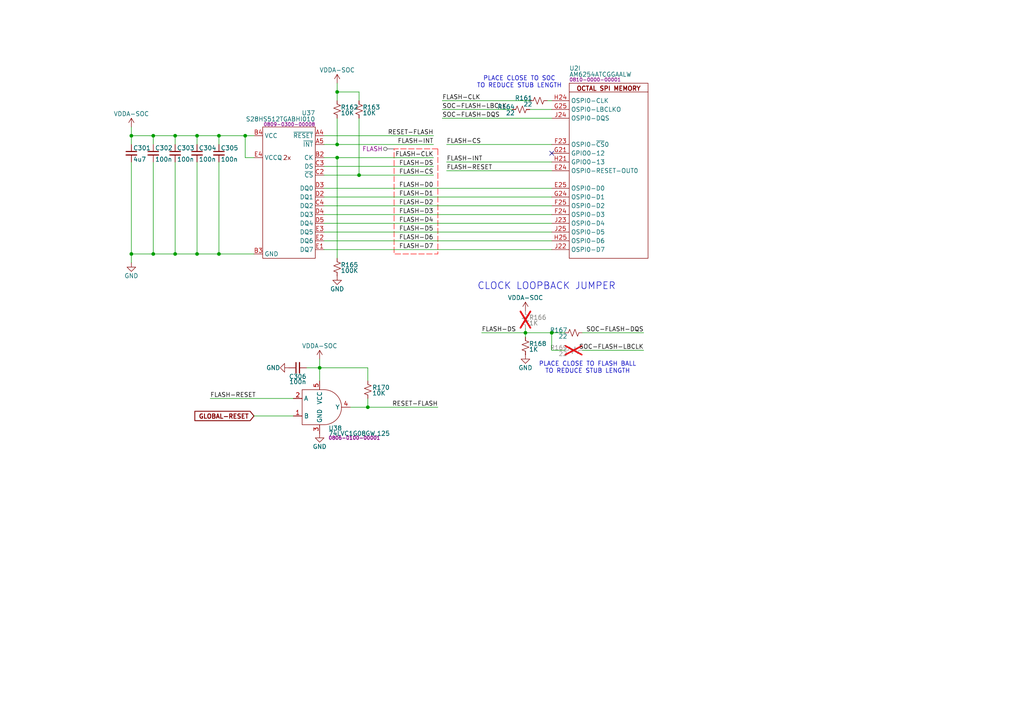
<source format=kicad_sch>
(kicad_sch (version 20250114) (generator "eeschema") (generator_version "9.0")
  (paper "A4")
  (title_block (title "Benchy Motherboard A625 - On-Board Flash Memory") (rev "REV1") (company "Daxxn Industries") (comment 4 "Small net labels (≤0.65) are for clarity and do not connect to other nets."))
  (lib_symbols
    (symbol "DX_Capacitor_Ceramic:CL03A104KP3NNNC" (pin_numbers (hide yes)) (pin_names (hide yes))
      (property "Reference" "C" (at 2.794 1.778 0))
      (property "Value" "100n" (at 2.794 0 0))
      (symbol "CL03A104KP3NNNC_1_1"
        (pin passive line (at 0 2.54 270) (length 2.032) (name "~") (number "1"))
        (pin passive line (at 0 -2.54 90) (length 2.032) (name "~") (number "2"))
      )
    )
    (symbol "DX_Capacitor_Ceramic:CL05A104KA5NNNC" (pin_numbers (hide yes)) (pin_names (hide yes))
      (property "Reference" "C" (at 2.794 1.778 0))
      (property "Value" "100n" (at 2.794 0 0))
      (symbol "CL05A104KA5NNNC_1_1"
        (pin passive line (at 0 2.54 270) (length 2.032) (name "~") (number "1"))
        (pin passive line (at 0 -2.54 90) (length 2.032) (name "~") (number "2"))
      )
    )
    (symbol "DX_Capacitor_Ceramic:CL05A475MP5NRNC" (pin_numbers (hide yes)) (pin_names (hide yes))
      (property "Reference" "C" (at 2.794 1.778 0))
      (property "Value" "4u7" (at 2.794 0 0))
      (symbol "CL05A475MP5NRNC_1_1"
        (pin passive line (at 0 2.54 270) (length 2.032) (name "~") (number "1"))
        (pin passive line (at 0 -2.54 90) (length 2.032) (name "~") (number "2"))
      )
    )
    (symbol "DX_Device_Power:VDDA-SOC" (power) (in_bom no) (on_board no)
      (property "Value" "VDDA-SOC" (at 0 3.81 0))
      (symbol "VDDA-SOC_1_0"
        (pin power_in line (at 0 0 90) (length 0) (hide yes) (name "VDDA-SOC") (number "1"))
      )
    )
    (symbol "DX_IC_Logic_AND:74LVC1G08GW,125"
      (property "Reference" "U" (at 1.27 9.144 0))
      (property "Value" "74LVC1G08GW,125" (at 1.27 7.366 0))
      (property "PartNumber" "0806-0100-00001" (at 1.27 5.842 0))
      (symbol "74LVC1G08GW,125_0_0"
        (pin input line (at -7.62 2.54 0) (length 2.54) (name "A") (number "2"))
        (pin input line (at -7.62 -2.54 0) (length 2.54) (name "B") (number "1"))
        (pin power_in line (at 0 7.62 270) (length 2.54) (name "VCC") (number "5"))
        (pin power_in line (at 0 -7.62 90) (length 2.54) (name "GND") (number "3"))
        (pin output line (at 8.89 0 180) (length 2.54) (name "Y") (number "4"))
      )
    )
    (symbol "DX_IC_MPU:AM6254ATCGGAALW"
      (property "Reference" "U" (at 0 3.556 0))
      (property "Value" "AM6254ATCGGAALW" (at 0 2.032 0))
      (property "PartNumber" "0810-0000-00001" (at 0 0.762 0))
      (symbol "AM6254ATCGGAALW_1_1"
        (text "x62" (at 5.08 -116.84 0) (effects (font (size 1.27 1.27)) (justify left)))
        (text "x2" (at 9.144 -10.16 0) (effects (font (size 1.27 1.27)) (justify left)))
        (text "x2" (at 9.144 -12.7 0) (effects (font (size 1.27 1.27)) (justify left)))
        (text "x2" (at 9.144 -15.24 0) (effects (font (size 1.27 1.27)) (justify left)))
        (text "x4" (at 9.144 -17.78 0) (effects (font (size 1.27 1.27)) (justify left)))
        (text "x4" (at 10.16 -66.04 0) (effects (font (size 1.27 1.27)) (justify left)))
        (text "x17" (at 10.16 -71.12 0) (effects (font (size 1.27 1.27)) (justify left)))
        (text "x8" (at 11.176 -73.66 0) (effects (font (size 1.27 1.27)) (justify left)))
        (text "x2" (at 12.446 -27.94 0) (effects (font (size 1.27 1.27)) (justify left)))
        (text "POWER" (at 12.7 -2.54 0) (effects (font (size 2 2) (bold yes))))
        (text "x2" (at 16.764 -53.34 0) (effects (font (size 1.27 1.27)) (justify left)))
        (pin power_in line (at -5.08 -5.08 0) (length 5.08) (name "VDDA-3P3-USB") (number "Y13"))
        (pin power_in line (at -5.08 -10.16 0) (length 5.08) (name "VDDSHV0") (number "F15"))
        (pin power_in line (at -5.08 -10.16 0) (length 5.08) (hide yes) (name "VDDSHV0") (number "G14"))
        (pin power_in line (at -5.08 -12.7 0) (length 5.08) (hide yes) (name "VDDSHV1") (number "L18"))
        (pin power_in line (at -5.08 -12.7 0) (length 5.08) (name "VDDSHV1") (number "M19"))
        (pin power_in line (at -5.08 -15.24 0) (length 5.08) (hide yes) (name "VDDSHV2") (number "W16"))
        (pin power_in line (at -5.08 -15.24 0) (length 5.08) (name "VDDSHV2") (number "W19"))
        (pin power_in line (at -5.08 -17.78 0) (length 5.08) (hide yes) (name "VDDSHV3") (number "N18"))
        (pin power_in line (at -5.08 -17.78 0) (length 5.08) (hide yes) (name "VDDSHV3") (number "P18"))
        (pin power_in line (at -5.08 -17.78 0) (length 5.08) (name "VDDSHV3") (number "T19"))
        (pin power_in line (at -5.08 -17.78 0) (length 5.08) (hide yes) (name "VDDSHV3") (number "U18"))
        (pin power_in line (at -5.08 -20.32 0) (length 5.08) (name "VDDSHV4") (number "T7"))
        (pin power_in line (at -5.08 -22.86 0) (length 5.08) (name "VDDSHV5") (number "G17"))
        (pin power_in line (at -5.08 -25.4 0) (length 5.08) (name "VDDSHV6") (number "J18"))
        (pin power_in line (at -5.08 -27.94 0) (length 5.08) (name "VDDSHV-MCU") (number "F11"))
        (pin power_in line (at -5.08 -27.94 0) (length 5.08) (hide yes) (name "VDDSHV-MCU") (number "G12"))
        (pin power_in line (at -5.08 -30.48 0) (length 5.08) (name "VDDSHV-CANUART") (number "H9"))
        (pin power_in line (at -5.08 -35.56 0) (length 5.08) (name "VDDA-MCU") (number "L11"))
        (pin power_in line (at -5.08 -38.1 0) (length 5.08) (name "VDDA-PLL0") (number "U11"))
        (pin power_in line (at -5.08 -40.64 0) (length 5.08) (name "VDDA-PLL1") (number "U15"))
        (pin power_in line (at -5.08 -43.18 0) (length 5.08) (name "VDDA-PLL2") (number "L14"))
        (pin power_in line (at -5.08 -45.72 0) (length 5.08) (name "VDDA-TEMP0") (number "T9"))
        (pin power_in line (at -5.08 -48.26 0) (length 5.08) (name "VDDA-TEMP1") (number "G16"))
        (pin power_in line (at -5.08 -50.8 0) (length 5.08) (name "VDDA-1P8-CSIRX0") (number "W14"))
        (pin power_in line (at -5.08 -53.34 0) (length 5.08) (name "VDDA-1P8-OLDI0") (number "W10"))
        (pin power_in line (at -5.08 -53.34 0) (length 5.08) (hide yes) (name "VDDA-1P8-OLDI0") (number "W9"))
        (pin power_in line (at -5.08 -55.88 0) (length 5.08) (name "VDDA-1P8-USB") (number "Y11"))
        (pin power_in line (at -5.08 -58.42 0) (length 5.08) (name "VDDS-OSC0") (number "G7"))
        (pin power_in line (at -5.08 -63.5 0) (length 5.08) (name "VDDS-DDR-C") (number "M9"))
        (pin power_in line (at -5.08 -66.04 0) (length 5.08) (name "VDDS-DDR") (number "K9"))
        (pin power_in line (at -5.08 -66.04 0) (length 5.08) (hide yes) (name "VDDS-DDR") (number "L8"))
        (pin power_in line (at -5.08 -66.04 0) (length 5.08) (hide yes) (name "VDDS-DDR") (number "P9"))
        (pin power_in line (at -5.08 -66.04 0) (length 5.08) (hide yes) (name "VDDS-DDR") (number "R8"))
        (pin power_in line (at -5.08 -71.12 0) (length 5.08) (name "VDD_CORE") (number "H8"))
        (pin power_in line (at -5.08 -71.12 0) (length 5.08) (hide yes) (name "VDD_CORE") (number "J11"))
        (pin power_in line (at -5.08 -71.12 0) (length 5.08) (hide yes) (name "VDD_CORE") (number "J14"))
        (pin power_in line (at -5.08 -71.12 0) (length 5.08) (hide yes) (name "VDD_CORE") (number "K17"))
        (pin power_in line (at -5.08 -71.12 0) (length 5.08) (hide yes) (name "VDD_CORE") (number "L12"))
        (pin power_in line (at -5.08 -71.12 0) (length 5.08) (hide yes) (name "VDD_CORE") (number "L15"))
        (pin power_in line (at -5.08 -71.12 0) (length 5.08) (hide yes) (name "VDD_CORE") (number "M16"))
        (pin power_in line (at -5.08 -71.12 0) (length 5.08) (hide yes) (name "VDD_CORE") (number "N11"))
        (pin power_in line (at -5.08 -71.12 0) (length 5.08) (hide yes) (name "VDD_CORE") (number "N13"))
        (pin power_in line (at -5.08 -71.12 0) (length 5.08) (hide yes) (name "VDD_CORE") (number "N8"))
        (pin power_in line (at -5.08 -71.12 0) (length 5.08) (hide yes) (name "VDD_CORE") (number "P17"))
        (pin power_in line (at -5.08 -71.12 0) (length 5.08) (hide yes) (name "VDD_CORE") (number "R11"))
        (pin power_in line (at -5.08 -71.12 0) (length 5.08) (hide yes) (name "VDD_CORE") (number "R14"))
        (pin power_in line (at -5.08 -71.12 0) (length 5.08) (hide yes) (name "VDD_CORE") (number "U12"))
        (pin power_in line (at -5.08 -71.12 0) (length 5.08) (hide yes) (name "VDD_CORE") (number "V15"))
        (pin power_in line (at -5.08 -71.12 0) (length 5.08) (hide yes) (name "VDD_CORE") (number "V17"))
        (pin power_in line (at -5.08 -71.12 0) (length 5.08) (hide yes) (name "VDD_CORE") (number "V8"))
        (pin power_in line (at -5.08 -73.66 0) (length 5.08) (name "VDDR-CORE") (number "J12"))
        (pin power_in line (at -5.08 -73.66 0) (length 5.08) (hide yes) (name "VDDR-CORE") (number "K16"))
        (pin power_in line (at -5.08 -73.66 0) (length 5.08) (hide yes) (name "VDDR-CORE") (number "N12"))
        (pin power_in line (at -5.08 -73.66 0) (length 5.08) (hide yes) (name "VDDR-CORE") (number "N14"))
        (pin power_in line (at -5.08 -73.66 0) (length 5.08) (hide yes) (name "VDDR-CORE") (number "P16"))
        (pin power_in line (at -5.08 -73.66 0) (length 5.08) (hide yes) (name "VDDR-CORE") (number "R12"))
        (pin power_in line (at -5.08 -73.66 0) (length 5.08) (hide yes) (name "VDDR-CORE") (number "T10"))
        (pin power_in line (at -5.08 -73.66 0) (length 5.08) (hide yes) (name "VDDR-CORE") (number "U14"))
        (pin power_in line (at -5.08 -76.2 0) (length 5.08) (name "VDD-CANUART") (number "F8"))
        (pin power_in line (at -5.08 -78.74 0) (length 5.08) (name "VDDA-CORE-CSIRX0") (number "W13"))
        (pin power_in line (at -5.08 -81.28 0) (length 5.08) (name "VDDA-CORE-USB") (number "W12"))
        (pin power_in line (at -5.08 -86.36 0) (length 5.08) (name "CAP-VDDS-CANUART") (number "G9"))
        (pin power_in line (at -5.08 -88.9 0) (length 5.08) (name "CAP-VDDS0") (number "H15"))
        (pin power_in line (at -5.08 -91.44 0) (length 5.08) (name "CAP-VDDS1") (number "K18"))
        (pin power_in line (at -5.08 -93.98 0) (length 5.08) (name "CAP-VDDS2") (number "W17"))
        (pin power_in line (at -5.08 -96.52 0) (length 5.08) (name "CAP-VDDS3") (number "P19"))
        (pin power_in line (at -5.08 -99.06 0) (length 5.08) (name "CAP-VDDS4") (number "U7"))
        (pin power_in line (at -5.08 -101.6 0) (length 5.08) (name "CAP-VDDS5") (number "H17"))
        (pin power_in line (at -5.08 -104.14 0) (length 5.08) (name "CAP-VDDS6") (number "J19"))
        (pin power_in line (at -5.08 -106.68 0) (length 5.08) (name "CAP-VDDS-MCU") (number "H11"))
        (pin power_in line (at -5.08 -116.84 0) (length 5.08) (name "VSS") (number "A1"))
        (pin power_in line (at -5.08 -116.84 0) (length 5.08) (hide yes) (name "VSS") (number "A24"))
        (pin power_in line (at -5.08 -116.84 0) (length 5.08) (hide yes) (name "VSS") (number "A25"))
        (pin power_in line (at -5.08 -116.84 0) (length 5.08) (hide yes) (name "VSS") (number "AA11"))
        (pin power_in line (at -5.08 -116.84 0) (length 5.08) (hide yes) (name "VSS") (number "AB9"))
        (pin power_in line (at -5.08 -116.84 0) (length 5.08) (hide yes) (name "VSS") (number "AD1"))
        (pin power_in line (at -5.08 -116.84 0) (length 5.08) (hide yes) (name "VSS") (number "AD12"))
        (pin power_in line (at -5.08 -116.84 0) (length 5.08) (hide yes) (name "VSS") (number "AD16"))
        (pin power_in line (at -5.08 -116.84 0) (length 5.08) (hide yes) (name "VSS") (number "AD25"))
        (pin power_in line (at -5.08 -116.84 0) (length 5.08) (hide yes) (name "VSS") (number "AD9"))
        (pin power_in line (at -5.08 -116.84 0) (length 5.08) (hide yes) (name "VSS") (number "AE1"))
        (pin power_in line (at -5.08 -116.84 0) (length 5.08) (hide yes) (name "VSS") (number "AE12"))
        (pin power_in line (at -5.08 -116.84 0) (length 5.08) (hide yes) (name "VSS") (number "AE16"))
        (pin power_in line (at -5.08 -116.84 0) (length 5.08) (hide yes) (name "VSS") (number "AE24"))
        (pin power_in line (at -5.08 -116.84 0) (length 5.08) (hide yes) (name "VSS") (number "AE25"))
        (pin power_in line (at -5.08 -116.84 0) (length 5.08) (hide yes) (name "VSS") (number "AE8"))
        (pin power_in line (at -5.08 -116.84 0) (length 5.08) (hide yes) (name "VSS") (number "B25"))
        (pin power_in line (at -5.08 -116.84 0) (length 5.08) (hide yes) (name "VSS") (number "F13"))
        (pin power_in line (at -5.08 -116.84 0) (length 5.08) (hide yes) (name "VSS") (number "G13"))
        (pin power_in line (at -5.08 -116.84 0) (length 5.08) (hide yes) (name "VSS") (number "G19"))
        (pin power_in line (at -5.08 -116.84 0) (length 5.08) (hide yes) (name "VSS") (number "H13"))
        (pin power_in line (at -5.08 -116.84 0) (length 5.08) (hide yes) (name "VSS") (number "H16"))
        (pin power_in line (at -5.08 -116.84 0) (length 5.08) (hide yes) (name "VSS") (number "H18"))
        (pin power_in line (at -5.08 -116.84 0) (length 5.08) (hide yes) (name "VSS") (number "H20"))
        (pin power_in line (at -5.08 -116.84 0) (length 5.08) (hide yes) (name "VSS") (number "J13"))
        (pin power_in line (at -5.08 -116.84 0) (length 5.08) (hide yes) (name "VSS") (number "J7"))
        (pin power_in line (at -5.08 -116.84 0) (length 5.08) (hide yes) (name "VSS") (number "K13"))
        (pin power_in line (at -5.08 -116.84 0) (length 5.08) (hide yes) (name "VSS") (number "K15"))
        (pin power_in line (at -5.08 -116.84 0) (length 5.08) (hide yes) (name "VSS") (number "K19"))
        (pin power_in line (at -5.08 -116.84 0) (length 5.08) (hide yes) (name "VSS") (number "K7"))
        (pin power_in line (at -5.08 -116.84 0) (length 5.08) (hide yes) (name "VSS") (number "L20"))
        (pin power_in line (at -5.08 -116.84 0) (length 5.08) (hide yes) (name "VSS") (number "M10"))
        (pin power_in line (at -5.08 -116.84 0) (length 5.08) (hide yes) (name "VSS") (number "M12"))
        (pin power_in line (at -5.08 -116.84 0) (length 5.08) (hide yes) (name "VSS") (number "M13"))
        (pin power_in line (at -5.08 -116.84 0) (length 5.08) (hide yes) (name "VSS") (number "M17"))
        (pin power_in line (at -5.08 -116.84 0) (length 5.08) (hide yes) (name "VSS") (number "M18"))
        (pin power_in line (at -5.08 -116.84 0) (length 5.08) (hide yes) (name "VSS") (number "M7"))
        (pin power_in line (at -5.08 -116.84 0) (length 5.08) (hide yes) (name "VSS") (number "M8"))
        (pin power_in line (at -5.08 -116.84 0) (length 5.08) (hide yes) (name "VSS") (number "N15"))
        (pin power_in line (at -5.08 -116.84 0) (length 5.08) (hide yes) (name "VSS") (number "P10"))
        (pin power_in line (at -5.08 -116.84 0) (length 5.08) (hide yes) (name "VSS") (number "P13"))
        (pin power_in line (at -5.08 -116.84 0) (length 5.08) (hide yes) (name "VSS") (number "P7"))
        (pin power_in line (at -5.08 -116.84 0) (length 5.08) (hide yes) (name "VSS") (number "R13"))
        (pin power_in line (at -5.08 -116.84 0) (length 5.08) (hide yes) (name "VSS") (number "R15"))
        (pin power_in line (at -5.08 -116.84 0) (length 5.08) (hide yes) (name "VSS") (number "R18"))
        (pin power_in line (at -5.08 -116.84 0) (length 5.08) (hide yes) (name "VSS") (number "R20"))
        (pin power_in line (at -5.08 -116.84 0) (length 5.08) (hide yes) (name "VSS") (number "T13"))
        (pin power_in line (at -5.08 -116.84 0) (length 5.08) (hide yes) (name "VSS") (number "T14"))
        (pin power_in line (at -5.08 -116.84 0) (length 5.08) (hide yes) (name "VSS") (number "T16"))
        (pin power_in line (at -5.08 -116.84 0) (length 5.08) (hide yes) (name "VSS") (number "T17"))
        (pin power_in line (at -5.08 -116.84 0) (length 5.08) (hide yes) (name "VSS") (number "T18"))
        (pin power_in line (at -5.08 -116.84 0) (length 5.08) (hide yes) (name "VSS") (number "T8"))
        (pin power_in line (at -5.08 -116.84 0) (length 5.08) (hide yes) (name "VSS") (number "U19"))
        (pin power_in line (at -5.08 -116.84 0) (length 5.08) (hide yes) (name "VSS") (number "U8"))
        (pin power_in line (at -5.08 -116.84 0) (length 5.08) (hide yes) (name "VSS") (number "V10"))
        (pin power_in line (at -5.08 -116.84 0) (length 5.08) (hide yes) (name "VSS") (number "V11"))
        (pin power_in line (at -5.08 -116.84 0) (length 5.08) (hide yes) (name "VSS") (number "V13"))
        (pin power_in line (at -5.08 -116.84 0) (length 5.08) (hide yes) (name "VSS") (number "V16"))
        (pin power_in line (at -5.08 -116.84 0) (length 5.08) (hide yes) (name "VSS") (number "V18"))
        (pin power_in line (at -5.08 -116.84 0) (length 5.08) (hide yes) (name "VSS") (number "V9"))
        (pin power_in line (at -5.08 -116.84 0) (length 5.08) (hide yes) (name "VSS") (number "W7"))
        (pin power_in line (at -5.08 -116.84 0) (length 5.08) (hide yes) (name "VSS") (number "Y2"))
        (pin no_connect line (at 11.43 38.1 0) (length 5.08) (hide yes) (name "RSVD0") (number "B1"))
        (pin no_connect line (at 11.43 35.56 0) (length 5.08) (hide yes) (name "RSVD1") (number "A2"))
        (pin no_connect line (at 11.43 33.02 0) (length 5.08) (hide yes) (name "RSVD2") (number "F6"))
        (pin no_connect line (at 11.43 30.48 0) (length 5.08) (hide yes) (name "RSVD3") (number "AE2"))
        (pin no_connect line (at 11.43 27.94 0) (length 5.08) (hide yes) (name "RSVD4") (number "T2"))
        (pin no_connect line (at 11.43 25.4 0) (length 5.08) (hide yes) (name "RSVD5") (number "U4"))
        (pin no_connect line (at 11.43 22.86 0) (length 5.08) (hide yes) (name "RSVD6") (number "AA12"))
        (pin no_connect line (at 11.43 20.32 0) (length 5.08) (hide yes) (name "RSVD7") (number "Y15"))
        (pin no_connect line (at 11.43 17.78 0) (length 5.08) (hide yes) (name "RSVD8") (number "E7"))
        (pin power_in line (at 30.48 -6.35 180) (length 5.08) (name "VPP") (number "J8"))
      )
      (symbol "AM6254ATCGGAALW_2_1"
        (text "CONTROL" (at 19.05 -1.27 0) (effects (font (size 1.27 1.27) (bold yes))))
        (text "MCU" (at 19.05 -24.384 0) (effects (font (size 1.27 1.27) (bold yes))))
        (pin input line (at -5.08 -3.81 0) (length 5.08) (name "~{RESET-REQ}") (number "F20"))
        (pin input line (at -5.08 -6.35 0) (length 5.08) (name "MCU-~{RESET}") (number "E11"))
        (pin input line (at -5.08 -11.43 0) (length 5.08) (name "EXTINTn") (number "D16"))
        (pin input line (at -5.08 -15.24 0) (length 5.08) (name "EXT-REFCLK1") (number "A18"))
        (pin input line (at -5.08 -20.32 0) (length 5.08) (name "~{MCU-POR}") (number "D2"))
        (pin input line (at -5.08 -30.48 0) (length 5.08) (name "MCU-OSC0-XI") (number "B2"))
        (pin output line (at -5.08 -33.02 0) (length 5.08) (name "MCU-OSC0-XO") (number "A3"))
        (pin input line (at -5.08 -40.64 0) (length 5.08) (name "WKUP-LFOSC0-XI") (number "C2"))
        (pin output line (at -5.08 -43.18 0) (length 5.08) (name "WKUP-LFOSC0-XO") (number "C1"))
        (pin bidirectional line (at -5.08 -50.8 0) (length 5.08) (name "MCU-UART0-TXD") (number "A5"))
        (pin input line (at -5.08 -53.34 0) (length 5.08) (name "MCU-UART0-RXD") (number "B5"))
        (pin bidirectional line (at -5.08 -55.88 0) (length 5.08) (name "MCU-UART0-CTSn") (number "A6"))
        (pin output line (at -5.08 -58.42 0) (length 5.08) (name "MCU-UART0-RTSn") (number "B6"))
        (pin output line (at 43.18 -3.81 180) (length 5.08) (name "~{RESETSTA}") (number "F22"))
        (pin output line (at 43.18 -6.35 180) (length 5.08) (name "MCU-~{RESET-STAT}") (number "B12"))
        (pin output line (at 43.18 -11.43 180) (length 5.08) (name "PMIC-LPM-EN0") (number "B7"))
        (pin bidirectional line (at 43.18 -15.24 180) (length 5.08) (name "MCU-~{ERROR}") (number "D1"))
        (pin output line (at 43.18 -20.32 180) (length 5.08) (name "~{POR}-OUT") (number "E21"))
        (pin bidirectional line (at 43.18 -27.94 180) (length 5.08) (name "MCU-I2C0-SCL") (number "A8"))
        (pin bidirectional line (at 43.18 -30.48 180) (length 5.08) (name "MCU-I2C0-SDA") (number "D10"))
        (pin input line (at 43.18 -35.56 180) (length 5.08) (name "MCU-MCAN0-RX") (number "B3"))
        (pin output line (at 43.18 -38.1 180) (length 5.08) (name "MCU-MCAN0-TX") (number "D6"))
        (pin input line (at 43.18 -40.64 180) (length 5.08) (name "MCU-MCAN1-RX") (number "D4"))
        (pin output line (at 43.18 -43.18 180) (length 5.08) (name "MCU-MCAN1-TX") (number "E5"))
        (pin bidirectional line (at 43.18 -48.26 180) (length 5.08) (name "MCU-SPI0-CLK") (number "A7"))
        (pin bidirectional line (at 43.18 -50.8 180) (length 5.08) (name "MCU-SPI0-D0") (number "D9"))
        (pin bidirectional line (at 43.18 -53.34 180) (length 5.08) (name "MCU-SPI0-D1") (number "C9"))
        (pin bidirectional line (at 43.18 -55.88 180) (length 5.08) (name "MCU-SPI0-CS0") (number "E8"))
        (pin bidirectional line (at 43.18 -58.42 180) (length 5.08) (name "MCU-SPI0-CS1") (number "B8"))
      )
      (symbol "AM6254ATCGGAALW_3_1"
        (text "DEBUG" (at 6.35 -1.524 0) (effects (font (size 1.27 1.27) (bold yes))))
        (pin bidirectional line (at -5.08 -5.08 0) (length 5.08) (name "EMU0") (number "E12"))
        (pin bidirectional line (at -5.08 -7.62 0) (length 5.08) (name "EMU1") (number "C11"))
        (pin input line (at -5.08 -12.7 0) (length 5.08) (name "TCK") (number "A10"))
        (pin input line (at -5.08 -15.24 0) (length 5.08) (name "TDI") (number "A11"))
        (pin output line (at -5.08 -17.78 0) (length 5.08) (name "TDO") (number "D12"))
        (pin input line (at -5.08 -20.32 0) (length 5.08) (name "TMS") (number "B11"))
        (pin input line (at -5.08 -22.86 0) (length 5.08) (name "~{TRST}") (number "B10"))
      )
      (symbol "AM6254ATCGGAALW_4_1"
        (text "DDR MEMORY" (at 25.4 -1.524 0) (effects (font (size 1.27 1.27) (bold yes))))
        (pin bidirectional line (at -5.08 -10.16 0) (length 5.08) (name "DDR0-~{ALERT}") (number "R3"))
        (pin output line (at -5.08 -12.7 0) (length 5.08) (name "DDR0-~{CAS}") (number "M4"))
        (pin output line (at -5.08 -15.24 0) (length 5.08) (name "DDR0-PAR") (number "T1"))
        (pin output line (at -5.08 -17.78 0) (length 5.08) (name "DDR0-~{WE}") (number "N3"))
        (pin output line (at -5.08 -20.32 0) (length 5.08) (name "DDR0-~{RAS}") (number "M5"))
        (pin output line (at -5.08 -22.86 0) (length 5.08) (name "DDR0-~{ACT}") (number "N6"))
        (pin output line (at -5.08 -25.4 0) (length 5.08) (name "DDR0-~{RESET0}") (number "G1"))
        (pin output line (at -5.08 -33.02 0) (length 5.08) (name "DDR0-CK0+") (number "L1"))
        (pin output line (at -5.08 -35.56 0) (length 5.08) (name "DDR0-CK0-") (number "L2"))
        (pin output line (at -5.08 -40.64 0) (length 5.08) (name "DDR0-~{CS0}") (number "L6"))
        (pin output line (at -5.08 -43.18 0) (length 5.08) (name "DDR0-~{CS1}") (number "K2"))
        (pin output line (at -5.08 -48.26 0) (length 5.08) (name "DDR0-BA0") (number "M1"))
        (pin output line (at -5.08 -50.8 0) (length 5.08) (name "DDR0-BA1") (number "N1"))
        (pin output line (at -5.08 -58.42 0) (length 5.08) (name "DDR0-CKE0") (number "H2"))
        (pin output line (at -5.08 -60.96 0) (length 5.08) (name "DDR0-CKE1") (number "J4"))
        (pin bidirectional line (at -5.08 -66.04 0) (length 5.08) (name "DDR0-DM0") (number "H5"))
        (pin bidirectional line (at -5.08 -68.58 0) (length 5.08) (name "DDR0-DM1") (number "W5"))
        (pin output line (at -5.08 -73.66 0) (length 5.08) (name "DDR0-BG0") (number "T4"))
        (pin output line (at -5.08 -76.2 0) (length 5.08) (name "DDR0-BG1") (number "N2"))
        (pin output line (at -5.08 -81.28 0) (length 5.08) (name "DDR0-ODT0") (number "H1"))
        (pin output line (at -5.08 -83.82 0) (length 5.08) (name "DDR0-ODT1") (number "J3"))
        (pin passive line (at -5.08 -93.98 0) (length 5.08) (name "DDR0-CAL0") (number "M2"))
        (pin output line (at 55.88 -5.08 180) (length 5.08) (name "DDR0-A0") (number "J1"))
        (pin output line (at 55.88 -7.62 180) (length 5.08) (name "DDR0-A1") (number "J2"))
        (pin output line (at 55.88 -10.16 180) (length 5.08) (name "DDR0-A2") (number "K3"))
        (pin output line (at 55.88 -12.7 180) (length 5.08) (name "DDR0-A3") (number "L5"))
        (pin output line (at 55.88 -15.24 180) (length 5.08) (name "DDR0-A4") (number "K4"))
        (pin output line (at 55.88 -17.78 180) (length 5.08) (name "DDR0-A5") (number "K1"))
        (pin output line (at 55.88 -20.32 180) (length 5.08) (name "DDR0-A6") (number "R2"))
        (pin output line (at 55.88 -22.86 180) (length 5.08) (name "DDR0-A7") (number "P2"))
        (pin output line (at 55.88 -25.4 180) (length 5.08) (name "DDR0-A8") (number "P1"))
        (pin output line (at 55.88 -27.94 180) (length 5.08) (name "DDR0-A9") (number "P4"))
        (pin output line (at 55.88 -30.48 180) (length 5.08) (name "DDR0-A10") (number "R5"))
        (pin output line (at 55.88 -33.02 180) (length 5.08) (name "DDR0-A11") (number "P5"))
        (pin output line (at 55.88 -35.56 180) (length 5.08) (name "DDR0-A12") (number "R6"))
        (pin output line (at 55.88 -38.1 180) (length 5.08) (name "DDR0-A13") (number "R1"))
        (pin bidirectional line (at 55.88 -45.72 180) (length 5.08) (name "DDR0-DQ0") (number "F4"))
        (pin bidirectional line (at 55.88 -48.26 180) (length 5.08) (name "DDR0-DQ1") (number "G5"))
        (pin bidirectional line (at 55.88 -50.8 180) (length 5.08) (name "DDR0-DQ2") (number "F3"))
        (pin bidirectional line (at 55.88 -53.34 180) (length 5.08) (name "DDR0-DQ3") (number "H6"))
        (pin bidirectional line (at 55.88 -55.88 180) (length 5.08) (name "DDR0-DQ4") (number "E3"))
        (pin bidirectional line (at 55.88 -58.42 180) (length 5.08) (name "DDR0-DQ5") (number "G2"))
        (pin bidirectional line (at 55.88 -60.96 180) (length 5.08) (name "DDR0-DQ6") (number "F2"))
        (pin bidirectional line (at 55.88 -63.5 180) (length 5.08) (name "DDR0-DQ7") (number "F1"))
        (pin bidirectional line (at 55.88 -66.04 180) (length 5.08) (name "DDR0-DQS0+") (number "E1"))
        (pin bidirectional line (at 55.88 -68.58 180) (length 5.08) (name "DDR0-DQS0-") (number "E2"))
        (pin bidirectional line (at 55.88 -71.12 180) (length 5.08) (name "DDR0-DQ8") (number "U1"))
        (pin bidirectional line (at 55.88 -73.66 180) (length 5.08) (name "DDR0-DQ9") (number "U3"))
        (pin bidirectional line (at 55.88 -76.2 180) (length 5.08) (name "DDR0-DQ10") (number "U2"))
        (pin bidirectional line (at 55.88 -78.74 180) (length 5.08) (name "DDR0-DQ11") (number "V5"))
        (pin bidirectional line (at 55.88 -81.28 180) (length 5.08) (name "DDR0-DQ12") (number "W2"))
        (pin bidirectional line (at 55.88 -83.82 180) (length 5.08) (name "DDR0-DQ13") (number "V6"))
        (pin bidirectional line (at 55.88 -86.36 180) (length 5.08) (name "DDR0-DQ14") (number "Y1"))
        (pin bidirectional line (at 55.88 -88.9 180) (length 5.08) (name "DDR0-DQ15") (number "W1"))
        (pin bidirectional line (at 55.88 -91.44 180) (length 5.08) (name "DDR0-DQS1+") (number "V1"))
        (pin bidirectional line (at 55.88 -93.98 180) (length 5.08) (name "DDR0-DQS1-") (number "V2"))
      )
      (symbol "AM6254ATCGGAALW_5_1"
        (text "POWER MONITORS" (at 10.16 -1.524 0) (effects (font (size 1.27 1.27) (bold yes))))
        (pin input line (at -5.08 -5.08 0) (length 5.08) (name "VMON-1P8-SOC") (number "G10"))
        (pin input line (at -5.08 -10.16 0) (length 5.08) (name "VMON-3P3-SOC") (number "K10"))
        (pin input line (at -5.08 -15.24 0) (length 5.08) (name "VMON-VSYS") (number "H10"))
      )
      (symbol "AM6254ATCGGAALW_6_1"
        (text "ETHERNET" (at 19.05 -1.524 0) (effects (font (size 1.27 1.27) (bold yes))))
        (pin input line (at -5.08 -5.08 0) (length 5.08) (name "RGMII1-RXC") (number "AD17"))
        (pin input line (at -5.08 -7.62 0) (length 5.08) (name "RGMII1-RX-CTL") (number "AE17"))
        (pin output line (at -5.08 -10.16 0) (length 5.08) (name "RGMII1-TXC") (number "AE19"))
        (pin output line (at -5.08 -12.7 0) (length 5.08) (name "RGMII1-TX-CTL") (number "AD19"))
        (pin input line (at -5.08 -16.51 0) (length 5.08) (name "RGMII1-RD0") (number "AB17"))
        (pin input line (at -5.08 -19.05 0) (length 5.08) (name "RGMII1-RD1") (number "AC17"))
        (pin input line (at -5.08 -21.59 0) (length 5.08) (name "RGMII1-RD2") (number "AB16"))
        (pin input line (at -5.08 -24.13 0) (length 5.08) (name "RGMII1-RD3") (number "AA15"))
        (pin output line (at -5.08 -27.94 0) (length 5.08) (name "RGMII1-TD0") (number "AE20"))
        (pin output line (at -5.08 -30.48 0) (length 5.08) (name "RGMII1-TD1") (number "AD20"))
        (pin output line (at -5.08 -33.02 0) (length 5.08) (name "RGMII1-TD2") (number "AE18"))
        (pin output line (at -5.08 -35.56 0) (length 5.08) (name "RGMII1-TD3") (number "AD18"))
        (pin input line (at 43.18 -5.08 180) (length 5.08) (name "RGMII2-RXC") (number "AD23"))
        (pin input line (at 43.18 -7.62 180) (length 5.08) (name "RGMII2-RX-CTL") (number "AD22"))
        (pin output line (at 43.18 -10.16 180) (length 5.08) (name "RGMII2-TXC") (number "AE21"))
        (pin output line (at 43.18 -12.7 180) (length 5.08) (name "RGMII2-TX-CTL") (number "AA19"))
        (pin input line (at 43.18 -16.51 180) (length 5.08) (name "RGMII2-RD0") (number "AE23"))
        (pin input line (at 43.18 -19.05 180) (length 5.08) (name "RGMII2-RD1") (number "AB20"))
        (pin input line (at 43.18 -21.59 180) (length 5.08) (name "RGMII2-RD2") (number "AC21"))
        (pin input line (at 43.18 -24.13 180) (length 5.08) (name "RGMII2-RD3") (number "AE22"))
        (pin output line (at 43.18 -27.94 180) (length 5.08) (name "RGMII2-TD0") (number "Y18"))
        (pin output line (at 43.18 -30.48 180) (length 5.08) (name "RGMII2-TD1") (number "AA18"))
        (pin output line (at 43.18 -33.02 180) (length 5.08) (name "RGMII2-TD2") (number "AD21"))
        (pin output line (at 43.18 -35.56 180) (length 5.08) (name "RGMII2-TD3") (number "AC20"))
        (pin output line (at 43.18 -40.64 180) (length 5.08) (name "MDIO0-MDC") (number "AD24"))
        (pin bidirectional line (at 43.18 -43.18 180) (length 5.08) (name "MDIO0-MDIO") (number "AB22"))
      )
      (symbol "AM6254ATCGGAALW_7_1"
        (text "USB" (at 11.43 -1.27 0) (effects (font (size 1.27 1.27) (bold yes))))
        (pin input line (at 27.94 -3.81 180) (length 5.08) (name "USB0-VBUS") (number "AC11"))
        (pin bidirectional line (at 27.94 -11.43 180) (length 5.08) (name "USB0-D+") (number "AD11"))
        (pin bidirectional line (at 27.94 -13.97 180) (length 5.08) (name "USB0-D-") (number "AE11"))
        (pin output line (at 27.94 -21.59 180) (length 5.08) (name "USB0-DRVVBUS") (number "C20"))
        (pin input line (at 27.94 -24.13 180) (length 5.08) (name "USB0-RCALIB") (number "AE10"))
        (pin input line (at 27.94 -31.75 180) (length 5.08) (name "USB1-VBUS") (number "AB10"))
        (pin bidirectional line (at 27.94 -39.37 180) (length 5.08) (name "USB1-D+") (number "AE9"))
        (pin bidirectional line (at 27.94 -41.91 180) (length 5.08) (name "USB1-D-") (number "AD10"))
        (pin output line (at 27.94 -49.53 180) (length 5.08) (name "USB1-DRVVBUS") (number "F18"))
        (pin input line (at 27.94 -52.07 180) (length 5.08) (name "USB1-RCALIB") (number "AC9"))
      )
      (symbol "AM6254ATCGGAALW_8_1"
        (text "CAMERA" (at 8.89 -2.54 0) (effects (font (size 1.27 1.27) (bold yes))))
        (pin input line (at -5.08 -5.08 0) (length 5.08) (name "CSI0-RX0+") (number "AC15"))
        (pin input line (at -5.08 -7.62 0) (length 5.08) (name "CSI0-RX0-") (number "AB14"))
        (pin input line (at -5.08 -12.7 0) (length 5.08) (name "CSI0-RX1+") (number "AE14"))
        (pin input line (at -5.08 -15.24 0) (length 5.08) (name "CSI0-RX1-") (number "AD14"))
        (pin input line (at -5.08 -20.32 0) (length 5.08) (name "CSI0-RX2+") (number "AE13"))
        (pin input line (at -5.08 -22.86 0) (length 5.08) (name "CSI0-RX2-") (number "AD13"))
        (pin input line (at -5.08 -27.94 0) (length 5.08) (name "CSI0-RX3+") (number "AC13"))
        (pin input line (at -5.08 -30.48 0) (length 5.08) (name "CSI0-RX3-") (number "AB12"))
        (pin input line (at -5.08 -35.56 0) (length 5.08) (name "CSI0-RXCLK+") (number "AE15"))
        (pin input line (at -5.08 -38.1 0) (length 5.08) (name "CSI0-RXCLK-") (number "AD15"))
        (pin input line (at -5.08 -43.18 0) (length 5.08) (name "CSI0-RXRCALIB") (number "AA14"))
      )
      (symbol "AM6254ATCGGAALW_9_1"
        (text "OCTAL SPI MEMORY" (at 11.43 -1.524 0) (effects (font (size 1.27 1.27) (bold yes))))
        (pin output line (at -5.08 -5.08 0) (length 5.08) (name "OSPI0-CLK") (number "H24"))
        (pin bidirectional line (at -5.08 -7.62 0) (length 5.08) (name "OSPI0-LBCLKO") (number "G25"))
        (pin input line (at -5.08 -10.16 0) (length 5.08) (name "OSPI0-DQS") (number "J24"))
        (pin output line (at -5.08 -17.78 0) (length 5.08) (name "OSPI0-~{CS}0") (number "F23"))
        (pin output line (at -5.08 -20.32 0) (length 5.08) (name "OSPI0-~{CS}1") (number "G21") (alternate "GPIO0-12" bidirectional line))
        (pin output line (at -5.08 -22.86 0) (length 5.08) (name "OSPI0-~{CS}2") (number "H21") (alternate "GPIO0-13" bidirectional line))
        (pin output line (at -5.08 -25.4 0) (length 5.08) (name "OSPI0-~{CS}3") (number "E24") (alternate "OSPI0-RESET-OUT0" output line))
        (pin bidirectional line (at -5.08 -30.48 0) (length 5.08) (name "OSPI0-D0") (number "E25"))
        (pin bidirectional line (at -5.08 -33.02 0) (length 5.08) (name "OSPI0-D1") (number "G24"))
        (pin bidirectional line (at -5.08 -35.56 0) (length 5.08) (name "OSPI0-D2") (number "F25"))
        (pin bidirectional line (at -5.08 -38.1 0) (length 5.08) (name "OSPI0-D3") (number "F24"))
        (pin bidirectional line (at -5.08 -40.64 0) (length 5.08) (name "OSPI0-D4") (number "J23"))
        (pin bidirectional line (at -5.08 -43.18 0) (length 5.08) (name "OSPI0-D5") (number "J25"))
        (pin bidirectional line (at -5.08 -45.72 0) (length 5.08) (name "OSPI0-D6") (number "H25"))
        (pin bidirectional line (at -5.08 -48.26 0) (length 5.08) (name "OSPI0-D7") (number "J22"))
      )
      (symbol "AM6254ATCGGAALW_10_1"
        (text "GENERAL SERIAL INTERFACES" (at 19.05 -1.524 0) (effects (font (size 1.27 1.27) (bold yes))))
        (pin bidirectional line (at -5.08 -5.08 0) (length 5.08) (name "GPMC0-AD0") (number "M25") (alternate "GPIO0-15" bidirectional line))
        (pin bidirectional line (at -5.08 -7.62 0) (length 5.08) (name "GPMC0-AD1") (number "N23") (alternate "GPIO0-16" bidirectional line))
        (pin bidirectional line (at -5.08 -10.16 0) (length 5.08) (name "GPMC0-AD2") (number "N24") (alternate "GPIO0-17" bidirectional line))
        (pin bidirectional line (at -5.08 -12.7 0) (length 5.08) (name "GPMC0-AD3") (number "N25") (alternate "GPIO0-18" bidirectional line))
        (pin bidirectional line (at -5.08 -15.24 0) (length 5.08) (name "GPMC0-AD4") (number "P24") (alternate "GPIO0-19" bidirectional line))
        (pin bidirectional line (at -5.08 -17.78 0) (length 5.08) (name "GPMC0-AD5") (number "P22") (alternate "GPIO0-20" bidirectional line))
        (pin bidirectional line (at -5.08 -20.32 0) (length 5.08) (name "GPMC0-AD6") (number "P21") (alternate "GPIO0-21" bidirectional line))
        (pin bidirectional line (at -5.08 -22.86 0) (length 5.08) (name "GPMC0-AD7") (number "R23") (alternate "GPIO0-22" bidirectional line))
        (pin bidirectional line (at -5.08 -25.4 0) (length 5.08) (name "GPMC0-AD8") (number "R24") (alternate "VOUT0-DATA16" output line))
        (pin bidirectional line (at -5.08 -27.94 0) (length 5.08) (name "GPMC0-AD9") (number "R25") (alternate "VOUT0-DATA17" output line))
        (pin bidirectional line (at -5.08 -30.48 0) (length 5.08) (name "GPMC0-AD10") (number "T25") (alternate "VOUT0-DATA18" output line))
        (pin bidirectional line (at -5.08 -33.02 0) (length 5.08) (name "GPMC0-AD11") (number "R21") (alternate "VOUT0-DATA19" output line))
        (pin bidirectional line (at -5.08 -35.56 0) (length 5.08) (name "GPMC0-AD12") (number "T22") (alternate "VOUT0-DATA20" output line))
        (pin bidirectional line (at -5.08 -38.1 0) (length 5.08) (name "GPMC0-AD13") (number "T24") (alternate "VOUT0-DATA21" output line))
        (pin bidirectional line (at -5.08 -40.64 0) (length 5.08) (name "GPMC0-AD14") (number "U25") (alternate "VOUT0-DATA22" output line))
        (pin bidirectional line (at -5.08 -43.18 0) (length 5.08) (name "GPMC0-AD15") (number "U24") (alternate "VOUT0-DATA23" output line))
        (pin output line (at -5.08 -46.99 0) (length 5.08) (name "GPMC0-~{CS}0") (number "M21") (alternate "GPIO0-41" bidirectional line))
        (pin output line (at -5.08 -49.53 0) (length 5.08) (name "GPMC0-~{CS}1") (number "L21") (alternate "GPIO0-42" bidirectional line))
        (pin output line (at -5.08 -52.07 0) (length 5.08) (name "GPMC0-~{CS}2") (number "K22") (alternate "GPIO0-43" bidirectional line))
        (pin output line (at -5.08 -54.61 0) (length 5.08) (name "GPMC0-~{CS}3") (number "K24") (alternate "GPIO0-44" bidirectional line))
        (pin input line (at -5.08 -58.42 0) (length 5.08) (name "GPMC0-WAIT0") (number "U23") (alternate "GPIO0-37" bidirectional line))
        (pin input line (at -5.08 -60.96 0) (length 5.08) (name "GPMC0-WAIT1") (number "V25") (alternate "GPIO0-38" bidirectional line))
        (pin output line (at -5.08 -64.77 0) (length 5.08) (name "GPMC0-BE0n-CLE") (number "M24") (alternate "GPIO0-35" bidirectional line))
        (pin output line (at -5.08 -67.31 0) (length 5.08) (name "GPMC0-BE1n") (number "N20") (alternate "GPIO0-36" bidirectional line))
        (pin output line (at -5.08 -71.12 0) (length 5.08) (name "GPMC0-CLK") (number "P25") (alternate "GPIO0-31" bidirectional line))
        (pin output line (at -5.08 -73.66 0) (length 5.08) (name "GPMC0-ADVn-ALE") (number "L23") (alternate "GPIO0-32" bidirectional line))
        (pin output line (at -5.08 -76.2 0) (length 5.08) (name "GPMC0-DIR") (number "M22") (alternate "GPIO0-40" bidirectional line))
        (pin output line (at -5.08 -78.74 0) (length 5.08) (name "GPMC0-OEn-REn") (number "L24") (alternate "GPIO0-33" bidirectional line))
        (pin output line (at -5.08 -81.28 0) (length 5.08) (name "GPMC0-WEn") (number "L25") (alternate "GPIO0-34" bidirectional line))
        (pin output line (at -5.08 -83.82 0) (length 5.08) (name "GPMC0-WPn") (number "K25") (alternate "GPIO0-39" bidirectional line))
        (pin input line (at 43.18 -7.62 180) (length 5.08) (name "MCAN0-RX") (number "E15"))
        (pin output line (at 43.18 -10.16 180) (length 5.08) (name "MCAN0-TX") (number "C15"))
        (pin output line (at 43.18 -22.86 180) (length 5.08) (name "UART0-TXD") (number "E14"))
        (pin input line (at 43.18 -25.4 180) (length 5.08) (name "UART0-RXD") (number "D14"))
        (pin output line (at 43.18 -27.94 180) (length 5.08) (name "UART0-~{RTS}") (number "B15"))
        (pin input line (at 43.18 -30.48 180) (length 5.08) (name "UART0-~{CTS}") (number "A15"))
        (pin bidirectional line (at 43.18 -40.64 180) (length 5.08) (name "I2C0-SCL") (number "B16"))
        (pin bidirectional line (at 43.18 -43.18 180) (length 5.08) (name "I2C0-SDA") (number "A16"))
        (pin bidirectional line (at 43.18 -45.72 180) (length 5.08) (name "I2C1-SCL") (number "B17"))
        (pin bidirectional line (at 43.18 -48.26 180) (length 5.08) (name "I2C1-SDA") (number "A17"))
        (pin bidirectional line (at 43.18 -58.42 180) (length 5.08) (name "SPI0-CLK") (number "A14"))
        (pin bidirectional line (at 43.18 -60.96 180) (length 5.08) (name "SPI0-CS0") (number "A13"))
        (pin bidirectional line (at 43.18 -63.5 180) (length 5.08) (name "SPI0-CS1") (number "C13"))
        (pin bidirectional line (at 43.18 -66.04 180) (length 5.08) (name "SPI0-D0") (number "B13") (alternate "EHRPWM1-B" bidirectional line) (alternate "SPI0-DI" input line) (alternate "SPI0-DO" output line))
        (pin bidirectional line (at 43.18 -68.58 180) (length 5.08) (name "SPI0-D1") (number "B14") (alternate "SPI0-DI" input line) (alternate "SPI0-DO" output line))
      )
      (symbol "AM6254ATCGGAALW_11_1"
        (text "MMC MEMORY CONTROLLER" (at 19.05 -1.524 0) (effects (font (size 1.27 1.27) (bold yes))))
        (pin bidirectional line (at -5.08 -5.08 0) (length 5.08) (name "MMC0-CLK") (number "AB1"))
        (pin bidirectional line (at -5.08 -7.62 0) (length 5.08) (name "MMC0-CMD") (number "Y3"))
        (pin bidirectional line (at -5.08 -10.16 0) (length 5.08) (name "MMC0-DAT0") (number "AA2"))
        (pin bidirectional line (at -5.08 -12.7 0) (length 5.08) (name "MMC0-DAT1") (number "AA1") (alternate "EHRPWM1-B" bidirectional line))
        (pin bidirectional line (at -5.08 -15.24 0) (length 5.08) (name "MMC0-DAT2") (number "AA3"))
        (pin bidirectional line (at -5.08 -17.78 0) (length 5.08) (name "MMC0-DAT3") (number "Y4"))
        (pin bidirectional line (at -5.08 -20.32 0) (length 5.08) (name "MMC0-DAT4") (number "AB2"))
        (pin bidirectional line (at -5.08 -22.86 0) (length 5.08) (name "MMC0-DAT5") (number "AC1"))
        (pin bidirectional line (at -5.08 -25.4 0) (length 5.08) (name "MMC0-DAT6") (number "AD2"))
        (pin bidirectional line (at -5.08 -27.94 0) (length 5.08) (name "MMC0-DAT7") (number "AC2"))
        (pin bidirectional line (at 43.18 -5.08 180) (length 5.08) (name "MMC1-CLK") (number "B22"))
        (pin bidirectional line (at 43.18 -7.62 180) (length 5.08) (name "MMC1-CMD") (number "A21"))
        (pin input line (at 43.18 -10.16 180) (length 5.08) (name "MMC1-SDCD") (number "D17"))
        (pin input line (at 43.18 -12.7 180) (length 5.08) (name "MMC1-SDWP") (number "C17") (alternate "GPIO1-49" bidirectional line))
        (pin bidirectional line (at 43.18 -15.24 180) (length 5.08) (name "MMC1-DAT0") (number "A22"))
        (pin bidirectional line (at 43.18 -17.78 180) (length 5.08) (name "MMC1-DAT1") (number "B21"))
        (pin bidirectional line (at 43.18 -20.32 180) (length 5.08) (name "MMC1-DAT2") (number "C21"))
        (pin bidirectional line (at 43.18 -22.86 180) (length 5.08) (name "MMC1-DAT3") (number "D22"))
        (pin bidirectional line (at 43.18 -30.48 180) (length 5.08) (name "MMC2-CLK") (number "D25"))
        (pin bidirectional line (at 43.18 -33.02 180) (length 5.08) (name "MMC2-CMD") (number "C24"))
        (pin input line (at 43.18 -35.56 180) (length 5.08) (name "MMC2-SDCD") (number "A23"))
        (pin input line (at 43.18 -38.1 180) (length 5.08) (name "MMC2-SDWP") (number "B23") (alternate "GPIO0-72" bidirectional line))
        (pin bidirectional line (at 43.18 -40.64 180) (length 5.08) (name "MMC2-DAT0") (number "B24"))
        (pin bidirectional line (at 43.18 -43.18 180) (length 5.08) (name "MMC2-DAT1") (number "C25"))
        (pin bidirectional line (at 43.18 -45.72 180) (length 5.08) (name "MMC2-DAT2") (number "E23"))
        (pin bidirectional line (at 43.18 -48.26 180) (length 5.08) (name "MMC2-DAT3") (number "D24"))
      )
      (symbol "AM6254ATCGGAALW_12_1"
        (text "WAKEUP" (at 11.43 -1.524 0) (effects (font (size 1.27 1.27) (bold yes))))
        (pin output line (at -5.08 -5.08 0) (length 5.08) (name "WKUP-CLKOUT0") (number "A12"))
        (pin bidirectional line (at -5.08 -10.16 0) (length 5.08) (name "WKUP-I2C0-SCL") (number "B9"))
        (pin bidirectional line (at -5.08 -12.7 0) (length 5.08) (name "WKUP-I2C0-SDA") (number "A9"))
        (pin input line (at -5.08 -17.78 0) (length 5.08) (name "WKUP-UART0-~{CTS}") (number "C6"))
        (pin output line (at -5.08 -20.32 0) (length 5.08) (name "WKUP-UART0-~{RTS}") (number "A4"))
        (pin input line (at -5.08 -22.86 0) (length 5.08) (name "WKUP-UART0-RXD") (number "B4"))
        (pin output line (at -5.08 -25.4 0) (length 5.08) (name "WKUP-UART0-TXD") (number "C5"))
      )
      (symbol "AM6254ATCGGAALW_13_1"
        (text "AUDIO INTERFACE" (at 11.43 -1.524 0) (effects (font (size 1.27 1.27) (bold yes))))
        (pin bidirectional line (at -5.08 -5.08 0) (length 5.08) (name "MCASP0-ACLKR") (number "A20"))
        (pin bidirectional line (at -5.08 -7.62 0) (length 5.08) (name "MCASP0-ACLKX") (number "B20") (alternate "EQEP1-A" input line))
        (pin bidirectional line (at -5.08 -12.7 0) (length 5.08) (name "MCASP0-AFSR") (number "E19") (alternate "GPIO1-13" bidirectional line))
        (pin bidirectional line (at -5.08 -15.24 0) (length 5.08) (name "MCASP0-AFSX") (number "D20") (alternate "EQEP1-B" input line))
        (pin bidirectional line (at -5.08 -20.32 0) (length 5.08) (name "MCASP0-AXR0") (number "E18") (alternate "EHRPWM1-B" bidirectional line))
        (pin bidirectional line (at -5.08 -22.86 0) (length 5.08) (name "MCASP0-AXR1") (number "B18") (alternate "GPIO1-9" bidirectional line))
        (pin bidirectional line (at -5.08 -25.4 0) (length 5.08) (name "MCASP0-AXR2") (number "A19") (alternate "EQEP0-B" input line))
        (pin bidirectional line (at -5.08 -27.94 0) (length 5.08) (name "MCASP0-AXR3") (number "B19") (alternate "EQEP0-A" input line))
      )
      (symbol "AM6254ATCGGAALW_14_1"
        (text "LVDS" (at 3.81 -5.08 0) (effects (font (size 1.27 1.27) (bold yes))))
        (text "VIDEO OUTPUT" (at 16.51 -1.524 0) (effects (font (size 1.27 1.27) (bold yes))))
        (text "DSS" (at 29.21 -5.08 0) (effects (font (size 1.27 1.27) (bold yes))))
        (pin bidirectional line (at -5.08 -7.62 0) (length 5.08) (name "OLDI0-A0+") (number "Y6"))
        (pin bidirectional line (at -5.08 -10.16 0) (length 5.08) (name "OLDI0-A0-") (number "AA5"))
        (pin bidirectional line (at -5.08 -12.7 0) (length 5.08) (name "OLDI0-A1+") (number "AB4"))
        (pin bidirectional line (at -5.08 -15.24 0) (length 5.08) (name "OLDI0-A1-") (number "AD3"))
        (pin bidirectional line (at -5.08 -17.78 0) (length 5.08) (name "OLDI0-A2+") (number "AA8"))
        (pin bidirectional line (at -5.08 -20.32 0) (length 5.08) (name "OLDI0-A2-") (number "Y8"))
        (pin bidirectional line (at -5.08 -22.86 0) (length 5.08) (name "OLDI0-A3+") (number "AA7"))
        (pin bidirectional line (at -5.08 -25.4 0) (length 5.08) (name "OLDI0-A3-") (number "AB6"))
        (pin bidirectional line (at -5.08 -27.94 0) (length 5.08) (name "OLDI0-A4+") (number "AC5"))
        (pin bidirectional line (at -5.08 -30.48 0) (length 5.08) (name "OLDI0-A4-") (number "AC6"))
        (pin bidirectional line (at -5.08 -33.02 0) (length 5.08) (name "OLDI0-A5+") (number "AD6"))
        (pin bidirectional line (at -5.08 -35.56 0) (length 5.08) (name "OLDI0-A5-") (number "AE5"))
        (pin bidirectional line (at -5.08 -38.1 0) (length 5.08) (name "OLDI0-A6+") (number "AD7"))
        (pin bidirectional line (at -5.08 -40.64 0) (length 5.08) (name "OLDI0-A6-") (number "AE6"))
        (pin bidirectional line (at -5.08 -43.18 0) (length 5.08) (name "OLDI0-A7+") (number "AE7"))
        (pin bidirectional line (at -5.08 -45.72 0) (length 5.08) (name "OLDI0-A7-") (number "AD8"))
        (pin bidirectional line (at -5.08 -48.26 0) (length 5.08) (name "OLDI0-CLK0+") (number "AE3"))
        (pin bidirectional line (at -5.08 -50.8 0) (length 5.08) (name "OLDI0-CLK0-") (number "AD4"))
        (pin bidirectional line (at -5.08 -53.34 0) (length 5.08) (name "OLDI0-CLK1+") (number "AD5"))
        (pin bidirectional line (at -5.08 -55.88 0) (length 5.08) (name "OLDI0-CLK1-") (number "AE4"))
        (pin output line (at 38.1 -7.62 180) (length 5.08) (name "VOUT0-DE") (number "Y20"))
        (pin output line (at 38.1 -10.16 180) (length 5.08) (name "VOUT0-HSYNC") (number "AB24"))
        (pin output line (at 38.1 -12.7 180) (length 5.08) (name "VOUT0-PCLK") (number "AC24"))
        (pin output line (at 38.1 -15.24 180) (length 5.08) (name "VOUT0-VSYNC") (number "AC25"))
        (pin output line (at 38.1 -17.78 180) (length 5.08) (name "VOUT0-DATA0") (number "U22"))
        (pin output line (at 38.1 -20.32 180) (length 5.08) (name "VOUT0-DATA1") (number "V24"))
        (pin output line (at 38.1 -22.86 180) (length 5.08) (name "VOUT0-DATA2") (number "W25"))
        (pin output line (at 38.1 -25.4 180) (length 5.08) (name "VOUT0-DATA3") (number "W24"))
        (pin output line (at 38.1 -27.94 180) (length 5.08) (name "VOUT0-DATA4") (number "Y25"))
        (pin output line (at 38.1 -30.48 180) (length 5.08) (name "VOUT0-DATA5") (number "Y24"))
        (pin output line (at 38.1 -33.02 180) (length 5.08) (name "VOUT0-DATA6") (number "Y23"))
        (pin output line (at 38.1 -35.56 180) (length 5.08) (name "VOUT0-DATA7") (number "AA25"))
        (pin output line (at 38.1 -38.1 180) (length 5.08) (name "VOUT0-DATA8") (number "V21"))
        (pin output line (at 38.1 -40.64 180) (length 5.08) (name "VOUT0-DATA9") (number "W21"))
        (pin output line (at 38.1 -43.18 180) (length 5.08) (name "VOUT0-DATA10") (number "V20"))
        (pin output line (at 38.1 -45.72 180) (length 5.08) (name "VOUT0-DATA11") (number "AA23"))
        (pin output line (at 38.1 -48.26 180) (length 5.08) (name "VOUT0-DATA12") (number "AB25"))
        (pin output line (at 38.1 -50.8 180) (length 5.08) (name "VOUT0-DATA13") (number "AA24"))
        (pin output line (at 38.1 -53.34 180) (length 5.08) (name "VOUT0-DATA14") (number "Y22"))
        (pin output line (at 38.1 -55.88 180) (length 5.08) (name "VOUT0-DATA15") (number "AA21"))
      )
    )
    (symbol "DX_IC_Memory_Flash:S28HS512TGABHI010"
      (property "Reference" "U" (at 0 4.064 0))
      (property "Value" "S28HS512TGABHI010" (at 0 2.286 0))
      (property "PartNumber" "0809-0300-00008" (at 0 0.762 0))
      (symbol "S28HS512TGABHI010_0_0"
        (pin input line (at -2.54 -2.54 0) (length 2.54) (name "~{RESET}") (number "A4"))
        (pin input line (at -2.54 -5.08 0) (length 2.54) (name "~{INT}") (number "A5"))
        (pin input line (at -2.54 -8.89 0) (length 2.54) (name "CK") (number "B2"))
        (pin input line (at -2.54 -11.43 0) (length 2.54) (name "DS") (number "C3"))
        (pin input line (at -2.54 -13.97 0) (length 2.54) (name "~{CS}") (number "C2"))
        (pin bidirectional line (at -2.54 -17.78 0) (length 2.54) (name "DQ0") (number "D3"))
        (pin bidirectional line (at -2.54 -20.32 0) (length 2.54) (name "DQ1") (number "D2"))
        (pin bidirectional line (at -2.54 -22.86 0) (length 2.54) (name "DQ2") (number "C4"))
        (pin bidirectional line (at -2.54 -25.4 0) (length 2.54) (name "DQ3") (number "D4"))
        (pin bidirectional line (at -2.54 -27.94 0) (length 2.54) (name "DQ4") (number "D5"))
        (pin bidirectional line (at -2.54 -30.48 0) (length 2.54) (name "DQ5") (number "E3"))
        (pin bidirectional line (at -2.54 -33.02 0) (length 2.54) (name "DQ6") (number "E2"))
        (pin bidirectional line (at -2.54 -35.56 0) (length 2.54) (name "DQ7") (number "E1"))
        (pin no_connect line (at 9.525 -19.685 90) (length 2.54) (hide yes) (name "DNU") (number "A2"))
        (pin no_connect line (at 9.525 -19.685 90) (length 2.54) (hide yes) (name "DNU") (number "A3"))
        (pin no_connect line (at 9.525 -19.685 90) (length 2.54) (hide yes) (name "DNU") (number "B1"))
        (pin no_connect line (at 9.525 -19.685 90) (length 2.54) (hide yes) (name "DNU") (number "B5"))
        (pin no_connect line (at 9.525 -19.685 90) (length 2.54) (hide yes) (name "DNU") (number "C5"))
        (pin power_in line (at 17.78 -2.54 180) (length 2.54) (name "VCC") (number "B4"))
        (pin power_in line (at 17.78 -8.89 180) (length 2.54) (hide yes) (name "VCCQ") (number "D1"))
        (pin power_in line (at 17.78 -8.89 180) (length 2.54) (name "VCCQ") (number "E4"))
        (pin power_in line (at 17.78 -36.83 180) (length 2.54) (name "GND") (number "B3"))
        (pin power_in line (at 17.78 -36.83 180) (length 2.54) (hide yes) (name "GND") (number "C1"))
        (pin power_in line (at 17.78 -36.83 180) (length 2.54) (hide yes) (name "GND") (number "E5"))
      )
      (symbol "S28HS512TGABHI010_0_1"
        (text "2x" (at 9.398 -8.89 0) (effects (font (size 1.27 1.27)) (justify right)))
      )
    )
    (symbol "DX_Resistor:RC0201FR-071KL" (pin_numbers (hide yes)) (pin_names (offset 0.254) (hide yes))
      (property "Reference" "R" (at 1.016 0.635 0))
      (property "Value" "1K" (at 1.016 -1.016 0))
      (symbol "RC0201FR-071KL_1_1"
        (pin passive line (at 0 2.54 270) (length 1.016) (name "~") (number "1"))
        (pin passive line (at 0 -2.54 90) (length 1.016) (name "~") (number "2"))
      )
    )
    (symbol "DX_Resistor:RC0402JR-0710KL" (pin_numbers (hide yes)) (pin_names (offset 0.254) (hide yes))
      (property "Reference" "R" (at 1.016 0.635 0))
      (property "Value" "10K" (at 1.016 -1.016 0))
      (symbol "RC0402JR-0710KL_1_1"
        (pin passive line (at 0 2.54 270) (length 1.016) (name "~") (number "1"))
        (pin passive line (at 0 -2.54 90) (length 1.016) (name "~") (number "2"))
      )
    )
    (symbol "DX_Resistor:RMCF0201FT10K0" (pin_numbers (hide yes)) (pin_names (offset 0.254) (hide yes))
      (property "Reference" "R" (at 1.016 0.635 0))
      (property "Value" "10K" (at 1.016 -1.016 0))
      (symbol "RMCF0201FT10K0_1_1"
        (pin passive line (at 0 2.54 270) (length 1.016) (name "~") (number "1"))
        (pin passive line (at 0 -2.54 90) (length 1.016) (name "~") (number "2"))
      )
    )
    (symbol "DX_Resistor:RMCF0201FT22R0" (pin_numbers (hide yes)) (pin_names (offset 0.254) (hide yes))
      (property "Reference" "R" (at 1.016 0.635 0))
      (property "Value" "22" (at 1.016 -1.016 0))
      (symbol "RMCF0201FT22R0_1_1"
        (pin passive line (at 0 2.54 270) (length 1.016) (name "~") (number "1"))
        (pin passive line (at 0 -2.54 90) (length 1.016) (name "~") (number "2"))
      )
    )
    (symbol "DX_Resistor:RMCF0402FT100K" (pin_numbers (hide yes)) (pin_names (offset 0.254) (hide yes))
      (property "Reference" "R" (at 1.016 0.635 0))
      (property "Value" "100K" (at 1.016 -1.016 0))
      (symbol "RMCF0402FT100K_1_1"
        (pin passive line (at 0 2.54 270) (length 1.016) (name "~") (number "1"))
        (pin passive line (at 0 -2.54 90) (length 1.016) (name "~") (number "2"))
      )
    )
    (symbol "power:GND" (power) (pin_numbers (hide yes)) (pin_names (offset 0) (hide yes))
      (property "Value" "GND" (at 0 -3.81 0))
      (symbol "GND_1_1"
        (pin power_in line (at 0 0 270) (length 0) (name "~") (number "1"))
      )
    )
  )
  (text "PLACE CLOSE TO SOC\nTO REDUCE STUB LENGTH" (at 150.622 23.876 0) (effects (font (size 1.27 1.27))))
  (text "CLOCK LOOPBACK JUMPER" (at 138.43 83.058 0) (effects (font (size 2 2)) (justify left)))
  (text "PLACE CLOSE TO FLASH BALL\nTO REDUCE STUB LENGTH" (at 170.434 106.68 0) (effects (font (size 1.27 1.27))))
  (junction (at 38.1 39.37))
  (junction (at 97.79 26.67))
  (junction (at 63.5 73.66))
  (junction (at 50.8 39.37))
  (junction (at 57.15 73.66))
  (junction (at 44.45 73.66))
  (junction (at 57.15 39.37))
  (junction (at 92.71 106.68))
  (junction (at 97.79 41.91))
  (junction (at 38.1 73.66))
  (junction (at 104.14 50.8))
  (junction (at 63.5 39.37))
  (junction (at 152.4 96.52))
  (junction (at 106.68 118.11))
  (junction (at 50.8 73.66))
  (junction (at 160.02 96.52))
  (junction (at 71.12 39.37))
  (junction (at 97.79 45.72))
  (junction (at 44.45 39.37))
  (no_connect (at 160.02 44.45))
  (wire (pts (xy 50.8 39.37) (xy 50.8 41.91)))
  (wire (pts (xy 101.6 118.11) (xy 106.68 118.11)))
  (wire (pts (xy 71.12 39.37) (xy 71.12 45.72)))
  (wire (pts (xy 152.4 96.52) (xy 160.02 96.52)))
  (wire (pts (xy 97.79 24.13) (xy 97.79 26.67)))
  (wire (pts (xy 50.8 46.99) (xy 50.8 73.66)))
  (wire (pts (xy 57.15 46.99) (xy 57.15 73.66)))
  (wire (pts (xy 50.8 39.37) (xy 44.45 39.37)))
  (wire (pts (xy 153.67 31.75) (xy 160.02 31.75)))
  (wire (pts (xy 57.15 39.37) (xy 50.8 39.37)))
  (wire (pts (xy 129.54 49.53) (xy 160.02 49.53)))
  (wire (pts (xy 97.79 41.91) (xy 125.73 41.91)))
  (wire (pts (xy 38.1 36.83) (xy 38.1 39.37)))
  (wire (pts (xy 38.1 39.37) (xy 38.1 41.91)))
  (wire (pts (xy 106.68 106.68) (xy 92.71 106.68)))
  (wire (pts (xy 73.66 73.66) (xy 63.5 73.66)))
  (wire (pts (xy 93.98 41.91) (xy 97.79 41.91)))
  (wire (pts (xy 128.27 31.75) (xy 148.59 31.75)))
  (wire (pts (xy 92.71 104.14) (xy 92.71 106.68)))
  (wire (pts (xy 93.98 45.72) (xy 97.79 45.72)))
  (wire (pts (xy 93.98 48.26) (xy 125.73 48.26)))
  (wire (pts (xy 97.79 45.72) (xy 125.73 45.72)))
  (wire (pts (xy 38.1 46.99) (xy 38.1 73.66)))
  (wire (pts (xy 44.45 73.66) (xy 38.1 73.66)))
  (wire (pts (xy 93.98 72.39) (xy 160.02 72.39)))
  (wire (pts (xy 97.79 45.72) (xy 97.79 74.93)))
  (wire (pts (xy 71.12 39.37) (xy 63.5 39.37)))
  (wire (pts (xy 93.98 50.8) (xy 104.14 50.8)))
  (wire (pts (xy 97.79 26.67) (xy 104.14 26.67)))
  (wire (pts (xy 106.68 115.57) (xy 106.68 118.11)))
  (wire (pts (xy 93.98 57.15) (xy 160.02 57.15)))
  (wire (pts (xy 93.98 69.85) (xy 160.02 69.85)))
  (wire (pts (xy 97.79 26.67) (xy 97.79 29.21)))
  (wire (pts (xy 160.02 96.52) (xy 163.83 96.52)))
  (wire (pts (xy 160.02 101.6) (xy 160.02 96.52)))
  (wire (pts (xy 73.66 39.37) (xy 71.12 39.37)))
  (wire (pts (xy 128.27 29.21) (xy 153.67 29.21)))
  (wire (pts (xy 38.1 73.66) (xy 38.1 76.2)))
  (wire (pts (xy 152.4 95.25) (xy 152.4 96.52)))
  (wire (pts (xy 57.15 39.37) (xy 57.15 41.91)))
  (wire (pts (xy 60.96 115.57) (xy 85.09 115.57)))
  (wire (pts (xy 44.45 39.37) (xy 44.45 41.91)))
  (wire (pts (xy 168.91 96.52) (xy 186.69 96.52)))
  (wire (pts (xy 97.79 34.29) (xy 97.79 41.91)))
  (wire (pts (xy 63.5 73.66) (xy 57.15 73.66)))
  (wire (pts (xy 44.45 39.37) (xy 38.1 39.37)))
  (wire (pts (xy 128.27 34.29) (xy 160.02 34.29)))
  (wire (pts (xy 139.7 96.52) (xy 152.4 96.52)))
  (wire (pts (xy 168.91 101.6) (xy 186.69 101.6)))
  (wire (pts (xy 93.98 54.61) (xy 160.02 54.61)))
  (wire (pts (xy 104.14 50.8) (xy 125.73 50.8)))
  (wire (pts (xy 57.15 73.66) (xy 50.8 73.66)))
  (wire (pts (xy 129.54 46.99) (xy 160.02 46.99)))
  (wire (pts (xy 129.54 41.91) (xy 160.02 41.91)))
  (wire (pts (xy 106.68 118.11) (xy 127 118.11)))
  (wire (pts (xy 73.66 45.72) (xy 71.12 45.72)))
  (wire (pts (xy 152.4 96.52) (xy 152.4 97.79)))
  (wire (pts (xy 63.5 46.99) (xy 63.5 73.66)))
  (wire (pts (xy 93.98 62.23) (xy 160.02 62.23)))
  (wire (pts (xy 104.14 29.21) (xy 104.14 26.67)))
  (wire (pts (xy 93.98 64.77) (xy 160.02 64.77)))
  (wire (pts (xy 104.14 34.29) (xy 104.14 50.8)))
  (wire (pts (xy 163.83 101.6) (xy 160.02 101.6)))
  (wire (pts (xy 63.5 39.37) (xy 57.15 39.37)))
  (wire (pts (xy 158.75 29.21) (xy 160.02 29.21)))
  (wire (pts (xy 92.71 106.68) (xy 92.71 110.49)))
  (wire (pts (xy 93.98 39.37) (xy 125.73 39.37)))
  (wire (pts (xy 50.8 73.66) (xy 44.45 73.66)))
  (wire (pts (xy 73.66 120.65) (xy 85.09 120.65)))
  (wire (pts (xy 93.98 59.69) (xy 160.02 59.69)))
  (wire (pts (xy 44.45 46.99) (xy 44.45 73.66)))
  (wire (pts (xy 93.98 67.31) (xy 160.02 67.31)))
  (wire (pts (xy 88.9 106.68) (xy 92.71 106.68)))
  (wire (pts (xy 63.5 39.37) (xy 63.5 41.91)))
  (wire (pts (xy 106.68 110.49) (xy 106.68 106.68)))
  (label "FLASH-CS" (at 125.73 50.8 180))
  (label "SOC-FLASH-DQS" (at 128.27 34.29 0))
  (label "SOC-FLASH-LBCLK" (at 186.69 101.6 180))
  (label "FLASH-RESET" (at 129.54 49.53 0))
  (label "RESET-FLASH" (at 125.73 39.37 180))
  (label "FLASH-D4" (at 125.73 64.77 180))
  (label "FLASH-D6" (at 125.73 69.85 180))
  (label "RESET-FLASH" (at 127 118.11 180))
  (label "FLASH-D1" (at 125.73 57.15 180))
  (label "SOC-FLASH-LBCLK" (at 128.27 31.75 0))
  (label "FLASH-D5" (at 125.73 67.31 180))
  (label "FLASH-RESET" (at 60.96 115.57 0))
  (label "FLASH-D3" (at 125.73 62.23 180))
  (label "FLASH-CLK" (at 128.27 29.21 0))
  (label "FLASH-DS" (at 139.7 96.52 0))
  (label "FLASH-INT" (at 129.54 46.99 0))
  (label "FLASH-D7" (at 125.73 72.39 180))
  (label "SOC-FLASH-DQS" (at 186.69 96.52 180))
  (label "FLASH-D0" (at 125.73 54.61 180))
  (label "FLASH-DS" (at 125.73 48.26 180))
  (label "FLASH-INT" (at 125.73 41.91 180))
  (label "FLASH-CS" (at 129.54 41.91 0))
  (label "FLASH-CLK" (at 125.73 45.72 180))
  (label "FLASH-D2" (at 125.73 59.69 180))
  (global_label "GLOBAL-RESET" (shape input) (at 73.66 120.65 180) (effects (font (thickness 0.254) (bold yes))) (property "Intersheetrefs" "${INTERSHEET_REFS}" (at 57.5896 120.65 0) (effects (justify right))))
  (rule_area (polyline (pts (xy 127 43.18) (xy 114.3 43.18) (xy 114.3 73.66) (xy 127 73.66)) (stroke (width 0) (type dash))))
  (netclass_flag "" (length 2.54) (shape round) (at 114.3 43.18 90) (property "Netclass" "FLASH" (at 110.998 43.18 0) (effects (justify right))))
  (symbol (lib_id "DX_Resistor:RMCF0201FT10K0") (at 97.79 31.75 0) (unit 1)
    (property "Reference" "R162" (at 98.806 31.115 0) (effects (justify left)))
    (property "Value" "10K" (at 98.806 32.766 0) (effects (justify left)))
    (property "Footprint" "Daxxn_Standard_Resistors:RES_0201" (effects (hide yes)))
    (property "Datasheet" "${DATASHEETS}/SEI-RMCF_RMCP.pdf" (effects (hide yes)))
    (property "Description" "RES 10K OHM 1% 1/20W 0201" (effects (hide yes)))
    (property "PartNumber" "0204-0000-00014" (effects (hide yes)))
  )
  (symbol (lib_id "DX_Resistor:RC0201FR-071KL") (at 152.4 100.33 0) (unit 1)
    (property "Reference" "R168" (at 153.416 99.695 0) (effects (justify left)))
    (property "Value" "1K" (at 153.416 101.346 0) (effects (justify left)))
    (property "Footprint" "Daxxn_Standard_Resistors:RES_0201" (effects (hide yes)))
    (property "Datasheet" "${DATASHEETS}/RC-Series.pdf" (effects (hide yes)))
    (property "Description" "RES 1K OHM 1% 1/20W 0201" (effects (hide yes)))
    (property "PartNumber" "0204-0000-00029" (effects (hide yes)))
  )
  (symbol (lib_id "DX_Resistor:RC0402JR-0710KL") (at 106.68 113.03 0) (unit 1)
    (property "Reference" "R170" (at 107.95 112.395 0) (effects (justify left)))
    (property "Value" "10K" (at 107.95 114.046 0) (effects (justify left)))
    (property "Footprint" "Daxxn_Standard_Resistors:RES_0402" (effects (hide yes)))
    (property "Datasheet" "${DATASHEETS}/RC-Series.pdf" (effects (hide yes)))
    (property "Description" "RES 10K OHM 5% 1/16W 0402" (effects (hide yes)))
    (property "PartNumber" "0204-0000-00016" (effects (hide yes)))
  )
  (symbol (lib_id "DX_IC_MPU:AM6254ATCGGAALW") (at 165.1 24.13 0) (unit 9)
    (property "Reference" "U2" (at 165.1 19.812 0) (effects (justify left)))
    (property "Value" "AM6254ATCGGAALW" (at 165.1 21.59 0) (effects (justify left)))
    (property "Footprint" "Daxxn_Packages:ALW0425A-BGA-425-13x13mm" (effects (hide yes)))
    (property "Datasheet" "${DATASHEETS}/AM625.pdf" (effects (hide yes)))
    (property "Description" "ARM Cortex-A53 Microprocessor Sitara 4 Core, 64-Bit 1.4GHz ALW 425-FCCSP" (effects (hide yes)))
    (property "PartNumber" "0810-0000-00001" (at 165.1 23.114 0) (effects (font (size 1 1)) (justify left)))
    (pin "B13" (alternate "SPI0-DO"))
    (pin "G21" (alternate "GPIO0-12"))
    (pin "K22" (alternate "GPIO0-43"))
    (pin "B14" (alternate "SPI0-DI"))
    (pin "K24" (alternate "GPIO0-44"))
    (pin "L21" (alternate "GPIO0-42"))
    (pin "L23" (alternate "GPIO0-32"))
    (pin "K25" (alternate "GPIO0-39"))
    (pin "E24" (alternate "OSPI0-RESET-OUT0"))
    (pin "H21" (alternate "GPIO0-13"))
    (pin "P21" (alternate "GPIO0-21"))
    (pin "M24" (alternate "GPIO0-35"))
    (pin "B20" (alternate "EQEP1-A"))
    (pin "D20" (alternate "EQEP1-B"))
    (pin "R21" (alternate "VOUT0-DATA19"))
    (pin "C17" (alternate "GPIO1-49"))
    (pin "M22" (alternate "GPIO0-40"))
    (pin "B19" (alternate "EQEP0-A"))
    (pin "P25" (alternate "GPIO0-31"))
    (pin "M25" (alternate "GPIO0-15"))
    (pin "U25" (alternate "VOUT0-DATA22"))
    (pin "N25" (alternate "GPIO0-18"))
    (pin "R23" (alternate "GPIO0-22"))
    (pin "T22" (alternate "VOUT0-DATA20"))
    (pin "N20" (alternate "GPIO0-36"))
    (pin "N24" (alternate "GPIO0-17"))
    (pin "T25" (alternate "VOUT0-DATA18"))
    (pin "A19" (alternate "EQEP0-B"))
    (pin "L25" (alternate "GPIO0-34"))
    (pin "P24" (alternate "GPIO0-19"))
    (pin "T24" (alternate "VOUT0-DATA21"))
    (pin "V25" (alternate "GPIO0-38"))
    (pin "M21" (alternate "GPIO0-41"))
    (pin "L24" (alternate "GPIO0-33"))
    (pin "R24" (alternate "VOUT0-DATA16"))
    (pin "B18" (alternate "GPIO1-9"))
    (pin "U24" (alternate "VOUT0-DATA23"))
    (pin "R25" (alternate "VOUT0-DATA17"))
    (pin "P22" (alternate "GPIO0-20"))
    (pin "N23" (alternate "GPIO0-16"))
    (pin "B23" (alternate "GPIO0-72"))
    (pin "U23" (alternate "GPIO0-37"))
    (pin "E19" (alternate "GPIO1-13"))
    (pin "E18" (alternate "EHRPWM1-B"))
  )
  (symbol (lib_id "DX_Resistor:RMCF0201FT22R0") (at 166.37 101.6 90) (unit 1) (dnp yes)
    (property "Reference" "R169" (at 164.592 100.838 90) (effects (justify left)))
    (property "Value" "22" (at 164.592 102.616 90) (effects (justify left)))
    (property "Footprint" "Daxxn_Standard_Resistors:RES_0201" (effects (hide yes)))
    (property "Datasheet" "${DATASHEETS}/SEI-RMCF_RMCP.pdf" (effects (hide yes)))
    (property "Description" "RES 22 OHM 1% 1/20W 0201" (effects (hide yes)))
    (property "PartNumber" "0204-0000-00042" (effects (hide yes)))
  )
  (symbol (lib_id "DX_Capacitor_Ceramic:CL03A104KP3NNNC") (at 44.45 44.45 0) (unit 1)
    (property "Reference" "C302" (at 44.958 42.926 0) (effects (justify left)))
    (property "Value" "100n" (at 44.958 46.228 0) (effects (justify left)))
    (property "Footprint" "Daxxn_Standard_Capacitors:CAP_0201" (effects (hide yes)))
    (property "Datasheet" "${DATASHEETS}/CL03A104KP3NNNC.pdf" (effects (hide yes)))
    (property "Description" "CAP CER 100nF 0.1UF 10V X5R 0201" (effects (hide yes)))
    (property "PartNumber" "0201-0100-00009" (effects (hide yes)))
  )
  (symbol (lib_id "DX_Capacitor_Ceramic:CL03A104KP3NNNC") (at 63.5 44.45 0) (unit 1)
    (property "Reference" "C305" (at 64.008 42.926 0) (effects (justify left)))
    (property "Value" "100n" (at 64.008 46.228 0) (effects (justify left)))
    (property "Footprint" "Daxxn_Standard_Capacitors:CAP_0201" (effects (hide yes)))
    (property "Datasheet" "${DATASHEETS}/CL03A104KP3NNNC.pdf" (effects (hide yes)))
    (property "Description" "CAP CER 100nF 0.1UF 10V X5R 0201" (effects (hide yes)))
    (property "PartNumber" "0201-0100-00009" (effects (hide yes)))
  )
  (symbol (lib_id "DX_IC_Logic_AND:74LVC1G08GW,125") (at 92.71 118.11 0) (unit 1)
    (property "Reference" "U38" (at 95.25 124.206 0) (effects (justify left)))
    (property "Value" "74LVC1G08GW,125" (at 95.25 125.73 0) (effects (justify left)))
    (property "Footprint" "Daxxn_Packages:SOT-353_SC-70-5" (effects (hide yes)))
    (property "Datasheet" "${DATASHEETS}\\74LVC1G08.pdf" (effects (hide yes)))
    (property "Description" "IC GATE AND 1CH 2-INP SC-70-5" (effects (hide yes)))
    (property "PartNumber" "0806-0100-00001" (at 95.25 127 0) (effects (font (size 1 1)) (justify left)))
  )
  (symbol (lib_id "DX_Capacitor_Ceramic:CL05A104KA5NNNC") (at 86.36 106.68 90) (unit 1)
    (property "Reference" "C306" (at 86.36 109.22 90))
    (property "Value" "100n" (at 86.36 110.744 90))
    (property "Footprint" "Daxxn_Standard_Capacitors:CAP_0402" (effects (hide yes)))
    (property "Datasheet" "${DATASHEETS}/CL05A104KA5NNNC.pdf" (effects (hide yes)))
    (property "Description" "CAP CER 100nF 0.1UF 25V X5R 0402" (effects (hide yes)))
    (property "PartNumber" "0201-0100-00086" (effects (hide yes)))
  )
  (symbol (lib_id "DX_Resistor:RC0201FR-071KL") (at 152.4 92.71 0) (unit 1) (dnp yes)
    (property "Reference" "R166" (at 153.416 92.075 0) (effects (justify left)))
    (property "Value" "1K" (at 153.416 93.726 0) (effects (justify left)))
    (property "Footprint" "Daxxn_Standard_Resistors:RES_0201" (effects (hide yes)))
    (property "Datasheet" "${DATASHEETS}/RC-Series.pdf" (effects (hide yes)))
    (property "Description" "RES 1K OHM 1% 1/20W 0201" (effects (hide yes)))
    (property "PartNumber" "0204-0000-00029" (effects (hide yes)))
  )
  (symbol (lib_id "DX_Capacitor_Ceramic:CL03A104KP3NNNC") (at 50.8 44.45 0) (unit 1)
    (property "Reference" "C303" (at 51.308 42.926 0) (effects (justify left)))
    (property "Value" "100n" (at 51.308 46.228 0) (effects (justify left)))
    (property "Footprint" "Daxxn_Standard_Capacitors:CAP_0201" (effects (hide yes)))
    (property "Datasheet" "${DATASHEETS}/CL03A104KP3NNNC.pdf" (effects (hide yes)))
    (property "Description" "CAP CER 100nF 0.1UF 10V X5R 0201" (effects (hide yes)))
    (property "PartNumber" "0201-0100-00009" (effects (hide yes)))
  )
  (symbol (lib_id "DX_Device_Power:VDDA-SOC") (at 92.71 104.14 0) (unit 1) (in_bom no) (on_board no)
    (property "Reference" "#PWR0237" (effects (hide yes)))
    (property "Value" "VDDA-SOC" (at 92.71 100.33 0))
    (property "Description" "Analog Supply for the SOC. Powers the PPLS, analog rail and other stuff." (effects (hide yes)))
  )
  (symbol (lib_id "DX_IC_Memory_Flash:S28HS512TGABHI010") (at 91.44 36.83 0) (mirror y) (unit 1)
    (property "Reference" "U37" (at 91.44 32.766 0) (effects (justify left)))
    (property "Value" "S28HS512TGABHI010" (at 91.44 34.544 0) (effects (justify left)))
    (property "Footprint" "Daxxn_Packages:BGA-24_5x5_6.0x8.0mm" (effects (hide yes)))
    (property "Datasheet" "${DATASHEETS}/S28HS512TGABHI010.pdf" (effects (hide yes)))
    (property "Description" "FLASH - NOR Memory IC 512Mbit SPI - Octal I/O 200 MHz 24-FBGA (6x8)" (effects (hide yes)))
    (property "PartNumber" "0809-0300-00008" (at 91.44 36.068 0) (effects (font (size 1 1)) (justify left)))
  )
  (symbol (lib_id "DX_Capacitor_Ceramic:CL03A104KP3NNNC") (at 57.15 44.45 0) (unit 1)
    (property "Reference" "C304" (at 57.658 42.926 0) (effects (justify left)))
    (property "Value" "100n" (at 57.658 46.228 0) (effects (justify left)))
    (property "Footprint" "Daxxn_Standard_Capacitors:CAP_0201" (effects (hide yes)))
    (property "Datasheet" "${DATASHEETS}/CL03A104KP3NNNC.pdf" (effects (hide yes)))
    (property "Description" "CAP CER 100nF 0.1UF 10V X5R 0201" (effects (hide yes)))
    (property "PartNumber" "0201-0100-00009" (effects (hide yes)))
  )
  (symbol (lib_id "DX_Resistor:RMCF0201FT22R0") (at 156.21 29.21 90) (unit 1)
    (property "Reference" "R161" (at 154.432 28.448 90) (effects (justify left)))
    (property "Value" "22" (at 154.432 30.226 90) (effects (justify left)))
    (property "Footprint" "Daxxn_Standard_Resistors:RES_0201" (effects (hide yes)))
    (property "Datasheet" "${DATASHEETS}/SEI-RMCF_RMCP.pdf" (effects (hide yes)))
    (property "Description" "RES 22 OHM 1% 1/20W 0201" (effects (hide yes)))
    (property "PartNumber" "0204-0000-00042" (effects (hide yes)))
  )
  (symbol (lib_id "power:GND") (at 152.4 102.87 0) (unit 1)
    (property "Reference" "#PWR0236" (effects (hide yes)))
    (property "Value" "GND" (at 152.4 106.68 0))
    (property "Description" "Power symbol creates a global label with name \"GND\" , ground" (effects (hide yes)))
  )
  (symbol (lib_id "DX_Resistor:RMCF0201FT22R0") (at 166.37 96.52 90) (unit 1)
    (property "Reference" "R167" (at 164.592 95.758 90) (effects (justify left)))
    (property "Value" "22" (at 164.592 97.536 90) (effects (justify left)))
    (property "Footprint" "Daxxn_Standard_Resistors:RES_0201" (effects (hide yes)))
    (property "Datasheet" "${DATASHEETS}/SEI-RMCF_RMCP.pdf" (effects (hide yes)))
    (property "Description" "RES 22 OHM 1% 1/20W 0201" (effects (hide yes)))
    (property "PartNumber" "0204-0000-00042" (effects (hide yes)))
  )
  (symbol (lib_id "power:GND") (at 38.1 76.2 0) (unit 1)
    (property "Reference" "#PWR0233" (effects (hide yes)))
    (property "Value" "GND" (at 38.1 80.01 0))
    (property "Description" "Power symbol creates a global label with name \"GND\" , ground" (effects (hide yes)))
  )
  (symbol (lib_id "DX_Device_Power:VDDA-SOC") (at 38.1 36.83 0) (unit 1) (in_bom no) (on_board no)
    (property "Reference" "#PWR0232" (effects (hide yes)))
    (property "Value" "VDDA-SOC" (at 38.1 33.02 0))
    (property "Description" "Analog Supply for the SOC. Powers the PPLS, analog rail and other stuff." (effects (hide yes)))
  )
  (symbol (lib_id "power:GND") (at 97.79 80.01 0) (unit 1)
    (property "Reference" "#PWR0234" (effects (hide yes)))
    (property "Value" "GND" (at 97.79 83.82 0))
    (property "Description" "Power symbol creates a global label with name \"GND\" , ground" (effects (hide yes)))
  )
  (symbol (lib_id "DX_Resistor:RMCF0402FT100K") (at 97.79 77.47 0) (unit 1)
    (property "Reference" "R165" (at 98.806 76.835 0) (effects (justify left)))
    (property "Value" "100K" (at 98.806 78.486 0) (effects (justify left)))
    (property "Footprint" "Daxxn_Standard_Resistors:RES_0402" (effects (hide yes)))
    (property "Datasheet" "${DATASHEETS}/SEI-RMCF_RMCP.pdf" (effects (hide yes)))
    (property "Description" "RES 100K OHM 1% 1/16W 0402" (effects (hide yes)))
    (property "PartNumber" "0204-0000-00013" (effects (hide yes)))
  )
  (symbol (lib_id "DX_Capacitor_Ceramic:CL05A475MP5NRNC") (at 38.1 44.45 0) (unit 1)
    (property "Reference" "C301" (at 38.608 42.926 0) (effects (justify left)))
    (property "Value" "4u7" (at 38.608 46.228 0) (effects (justify left)))
    (property "Footprint" "Daxxn_Standard_Capacitors:CAP_0402" (effects (hide yes)))
    (property "Datasheet" "${DATASHEETS}/CL05A475MP5NRNC.pdf" (effects (hide yes)))
    (property "Description" "CAP CER 4.7UF 10V X5R 0402" (effects (hide yes)))
    (property "PartNumber" "0201-0100-00072" (effects (hide yes)))
  )
  (symbol (lib_id "power:GND") (at 83.82 106.68 270) (unit 1)
    (property "Reference" "#PWR0238" (effects (hide yes)))
    (property "Value" "GND" (at 79.248 106.68 90))
    (property "Description" "Power symbol creates a global label with name \"GND\" , ground" (effects (hide yes)))
  )
  (symbol (lib_id "DX_Device_Power:VDDA-SOC") (at 152.4 90.17 0) (unit 1) (in_bom no) (on_board no)
    (property "Reference" "#PWR0235" (effects (hide yes)))
    (property "Value" "VDDA-SOC" (at 152.4 86.36 0))
    (property "Description" "Analog Supply for the SOC. Powers the PPLS, analog rail and other stuff." (effects (hide yes)))
  )
  (symbol (lib_id "DX_Resistor:RMCF0201FT10K0") (at 104.14 31.75 0) (unit 1)
    (property "Reference" "R163" (at 105.156 31.115 0) (effects (justify left)))
    (property "Value" "10K" (at 105.156 32.766 0) (effects (justify left)))
    (property "Footprint" "Daxxn_Standard_Resistors:RES_0201" (effects (hide yes)))
    (property "Datasheet" "${DATASHEETS}/SEI-RMCF_RMCP.pdf" (effects (hide yes)))
    (property "Description" "RES 10K OHM 1% 1/20W 0201" (effects (hide yes)))
    (property "PartNumber" "0204-0000-00014" (effects (hide yes)))
  )
  (symbol (lib_id "DX_Device_Power:VDDA-SOC") (at 97.79 24.13 0) (unit 1) (in_bom no) (on_board no)
    (property "Reference" "#PWR0231" (effects (hide yes)))
    (property "Value" "VDDA-SOC" (at 97.79 20.32 0))
    (property "Description" "Analog Supply for the SOC. Powers the PPLS, analog rail and other stuff." (effects (hide yes)))
  )
  (symbol (lib_id "power:GND") (at 92.71 125.73 0) (unit 1)
    (property "Reference" "#PWR0239" (effects (hide yes)))
    (property "Value" "GND" (at 92.71 129.54 0))
    (property "Description" "Power symbol creates a global label with name \"GND\" , ground" (effects (hide yes)))
  )
  (symbol (lib_id "DX_Resistor:RMCF0201FT22R0") (at 151.13 31.75 90) (unit 1)
    (property "Reference" "R164" (at 149.352 30.988 90) (effects (justify left)))
    (property "Value" "22" (at 149.352 32.766 90) (effects (justify left)))
    (property "Footprint" "Daxxn_Standard_Resistors:RES_0201" (effects (hide yes)))
    (property "Datasheet" "${DATASHEETS}/SEI-RMCF_RMCP.pdf" (effects (hide yes)))
    (property "Description" "RES 22 OHM 1% 1/20W 0201" (effects (hide yes)))
    (property "PartNumber" "0204-0000-00042" (effects (hide yes)))
  )
)
</source>
